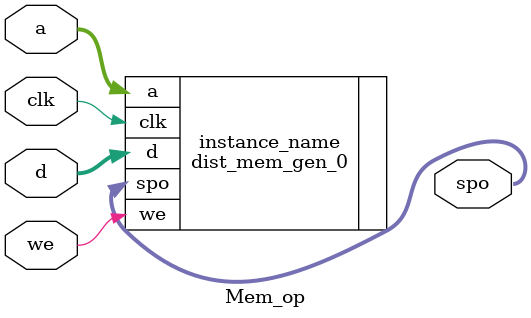
<source format=v>
module Mem_op (
    input       [ 5 : 0]        a,
    input       [15 : 0]        d,
    input       [ 0 : 0]        clk,
    input       [ 0 : 0]        we,
    output      [15 : 0]        spo
);
dist_mem_gen_0 instance_name(
    .a(a),      // input wire [5 : 0] a
    .d(d),      // input wire [15 : 0] d
    .clk(clk),  // input wire clk
    .we(we),    // input wire we
    .spo(spo)  // output wire [15 : 0] spo
);

endmodule
</source>
